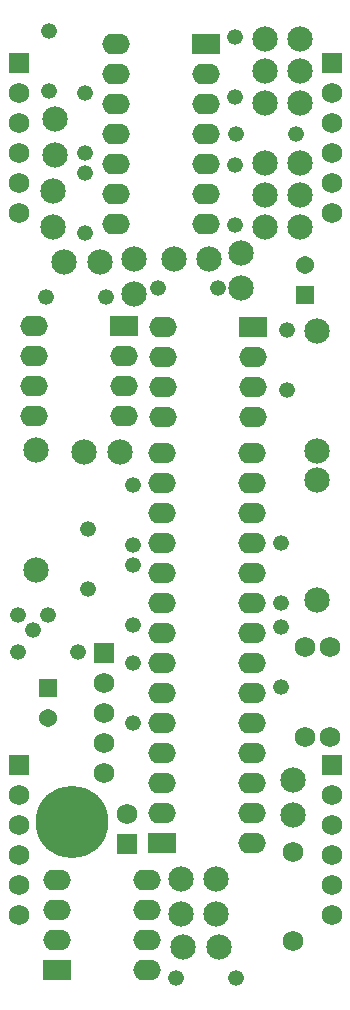
<source format=gbs>
G04 #@! TF.FileFunction,Soldermask,Bot*
%FSLAX46Y46*%
G04 Gerber Fmt 4.6, Leading zero omitted, Abs format (unit mm)*
G04 Created by KiCad (PCBNEW (2016-08-20 BZR 7083)-product) date Sun Feb  5 21:27:28 2017*
%MOMM*%
%LPD*%
G01*
G04 APERTURE LIST*
%ADD10C,0.100000*%
%ADD11C,1.340000*%
%ADD12R,1.540000X1.540000*%
%ADD13C,1.540000*%
%ADD14R,2.340000X1.740000*%
%ADD15O,2.340000X1.740000*%
%ADD16C,2.140000*%
%ADD17C,1.740000*%
%ADD18R,1.740000X1.740000*%
%ADD19C,6.140000*%
G04 APERTURE END LIST*
D10*
D11*
X10900000Y29240000D03*
X10900000Y24160000D03*
X23500000Y34360000D03*
X23500000Y39440000D03*
X23500000Y32340000D03*
X23500000Y27260000D03*
X19660000Y74100000D03*
X24740000Y74100000D03*
X6900000Y72460000D03*
X6900000Y77540000D03*
X10900000Y32460000D03*
X10900000Y37540000D03*
X10900000Y44340000D03*
X10900000Y39260000D03*
X6240000Y30200000D03*
X1160000Y30200000D03*
D12*
X3700000Y27150000D03*
D13*
X3700000Y24650000D03*
D12*
X25500000Y60450000D03*
D13*
X25500000Y62950000D03*
D11*
X24000000Y57440000D03*
X24000000Y52360000D03*
X8640000Y60300000D03*
X3560000Y60300000D03*
X3800000Y82740000D03*
X3800000Y77660000D03*
X6900000Y70740000D03*
X6900000Y65660000D03*
X19600000Y77160000D03*
X19600000Y82240000D03*
X19600000Y71440000D03*
X19600000Y66360000D03*
X13060000Y61000000D03*
X18140000Y61000000D03*
D14*
X17110000Y81720000D03*
D15*
X17110000Y79180000D03*
X17110000Y76640000D03*
X17110000Y74100000D03*
X17110000Y71560000D03*
X17110000Y69020000D03*
X17110000Y66480000D03*
X9490000Y66480000D03*
X9490000Y69020000D03*
X9490000Y71560000D03*
X9490000Y74100000D03*
X9490000Y76640000D03*
X9490000Y79180000D03*
X9490000Y81720000D03*
D11*
X2500000Y32065000D03*
X3770000Y33335000D03*
X1230000Y33335000D03*
D16*
X26500000Y44780000D03*
X26500000Y34620000D03*
X26500000Y47220000D03*
X26500000Y57380000D03*
D17*
X25500000Y30600000D03*
X25500000Y23000000D03*
X24500000Y5700000D03*
X24500000Y13300000D03*
X27600000Y30600000D03*
X27600000Y23000000D03*
X8500000Y19920000D03*
X8500000Y22460000D03*
X8500000Y25000000D03*
D18*
X8500000Y30080000D03*
D17*
X8500000Y27540000D03*
D11*
X7100000Y35560000D03*
X7100000Y40640000D03*
D16*
X2700000Y37120000D03*
X2700000Y47280000D03*
D15*
X13390000Y36850000D03*
X13390000Y34310000D03*
X21010000Y13990000D03*
X21010000Y16530000D03*
D14*
X13390000Y13990000D03*
D15*
X13390000Y16530000D03*
X13390000Y19070000D03*
X13390000Y21610000D03*
X13390000Y24150000D03*
X13390000Y26690000D03*
X13390000Y29230000D03*
X13390000Y31770000D03*
X21010000Y31770000D03*
X21010000Y29230000D03*
X21010000Y26690000D03*
X21010000Y24150000D03*
X21010000Y21610000D03*
X21010000Y19070000D03*
X13390000Y39390000D03*
X13390000Y41930000D03*
X13390000Y44470000D03*
X13390000Y47010000D03*
X21010000Y47010000D03*
X21010000Y44470000D03*
X21010000Y41930000D03*
X21010000Y39390000D03*
X21010000Y36850000D03*
X21010000Y34310000D03*
D11*
X14560000Y2600000D03*
X19640000Y2600000D03*
D14*
X4490000Y3290000D03*
D15*
X4490000Y5830000D03*
X4490000Y8370000D03*
X4490000Y10910000D03*
X12110000Y10910000D03*
X12110000Y8370000D03*
X12110000Y5830000D03*
X12110000Y3290000D03*
D14*
X10210000Y57810000D03*
D15*
X10210000Y55270000D03*
X10210000Y52730000D03*
X10210000Y50190000D03*
X2590000Y50190000D03*
X2590000Y52730000D03*
X2590000Y55270000D03*
X2590000Y57810000D03*
D14*
X21110000Y57710000D03*
D15*
X21110000Y55170000D03*
X21110000Y52630000D03*
X21110000Y50090000D03*
X13490000Y50090000D03*
X13490000Y52630000D03*
X13490000Y55170000D03*
X13490000Y57710000D03*
D18*
X10400000Y13930000D03*
D17*
X10400000Y16470000D03*
X1250000Y7900000D03*
X1250000Y10440000D03*
X1250000Y12980000D03*
X1250000Y15520000D03*
D18*
X1250000Y20600000D03*
D17*
X1250000Y18060000D03*
X1250000Y67400000D03*
X1250000Y69940000D03*
X1250000Y72480000D03*
X1250000Y75020000D03*
D18*
X1250000Y80100000D03*
D17*
X1250000Y77560000D03*
X27750000Y7900000D03*
X27750000Y10440000D03*
X27750000Y12980000D03*
X27750000Y15520000D03*
D18*
X27750000Y20600000D03*
D17*
X27750000Y18060000D03*
X27750000Y67400000D03*
X27750000Y69940000D03*
X27750000Y72480000D03*
X27750000Y75020000D03*
D18*
X27750000Y80100000D03*
D17*
X27750000Y77560000D03*
D16*
X4300000Y75300000D03*
X4300000Y72300000D03*
X4200000Y69200000D03*
X4200000Y66200000D03*
X5100000Y63200000D03*
X8100000Y63200000D03*
X22100000Y76700000D03*
X25100000Y76700000D03*
X22100000Y71600000D03*
X25100000Y71600000D03*
X11000000Y63500000D03*
X11000000Y60500000D03*
X25100000Y79400000D03*
X22100000Y79400000D03*
X25100000Y68900000D03*
X22100000Y68900000D03*
X14400000Y63500000D03*
X17400000Y63500000D03*
X22100000Y82100000D03*
X25100000Y82100000D03*
X22100000Y66200000D03*
X25100000Y66200000D03*
X20100000Y64000000D03*
X20100000Y61000000D03*
X24500000Y16400000D03*
X24500000Y19400000D03*
X18000000Y8000000D03*
X15000000Y8000000D03*
X15200000Y5200000D03*
X18200000Y5200000D03*
X18000000Y11000000D03*
X15000000Y11000000D03*
X6800000Y47100000D03*
X9800000Y47100000D03*
D19*
X5800000Y15800000D03*
M02*

</source>
